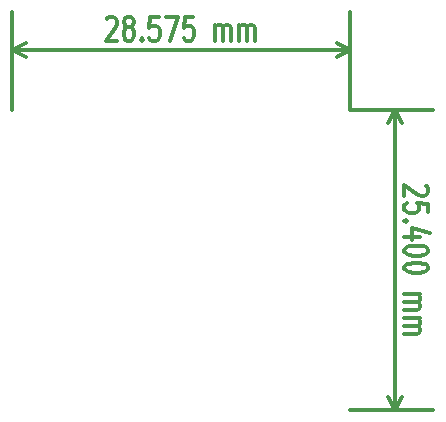
<source format=gbr>
G04 (created by PCBNEW-RS274X (2012-01-19 BZR 3256)-stable) date 1/5/2013 5:07:44 PM*
G01*
G70*
G90*
%MOIN*%
G04 Gerber Fmt 3.4, Leading zero omitted, Abs format*
%FSLAX34Y34*%
G04 APERTURE LIST*
%ADD10C,0.006000*%
%ADD11C,0.012000*%
G04 APERTURE END LIST*
G54D10*
G54D11*
X29640Y-19461D02*
X29669Y-19423D01*
X29726Y-19385D01*
X29869Y-19385D01*
X29926Y-19423D01*
X29955Y-19461D01*
X29983Y-19537D01*
X29983Y-19613D01*
X29955Y-19728D01*
X29612Y-20185D01*
X29983Y-20185D01*
X30326Y-19728D02*
X30268Y-19690D01*
X30240Y-19651D01*
X30211Y-19575D01*
X30211Y-19537D01*
X30240Y-19461D01*
X30268Y-19423D01*
X30326Y-19385D01*
X30440Y-19385D01*
X30497Y-19423D01*
X30526Y-19461D01*
X30554Y-19537D01*
X30554Y-19575D01*
X30526Y-19651D01*
X30497Y-19690D01*
X30440Y-19728D01*
X30326Y-19728D01*
X30268Y-19766D01*
X30240Y-19804D01*
X30211Y-19880D01*
X30211Y-20032D01*
X30240Y-20109D01*
X30268Y-20147D01*
X30326Y-20185D01*
X30440Y-20185D01*
X30497Y-20147D01*
X30526Y-20109D01*
X30554Y-20032D01*
X30554Y-19880D01*
X30526Y-19804D01*
X30497Y-19766D01*
X30440Y-19728D01*
X30811Y-20109D02*
X30839Y-20147D01*
X30811Y-20185D01*
X30782Y-20147D01*
X30811Y-20109D01*
X30811Y-20185D01*
X31383Y-19385D02*
X31097Y-19385D01*
X31068Y-19766D01*
X31097Y-19728D01*
X31154Y-19690D01*
X31297Y-19690D01*
X31354Y-19728D01*
X31383Y-19766D01*
X31411Y-19842D01*
X31411Y-20032D01*
X31383Y-20109D01*
X31354Y-20147D01*
X31297Y-20185D01*
X31154Y-20185D01*
X31097Y-20147D01*
X31068Y-20109D01*
X31611Y-19385D02*
X32011Y-19385D01*
X31754Y-20185D01*
X32525Y-19385D02*
X32239Y-19385D01*
X32210Y-19766D01*
X32239Y-19728D01*
X32296Y-19690D01*
X32439Y-19690D01*
X32496Y-19728D01*
X32525Y-19766D01*
X32553Y-19842D01*
X32553Y-20032D01*
X32525Y-20109D01*
X32496Y-20147D01*
X32439Y-20185D01*
X32296Y-20185D01*
X32239Y-20147D01*
X32210Y-20109D01*
X33267Y-20185D02*
X33267Y-19651D01*
X33267Y-19728D02*
X33295Y-19690D01*
X33353Y-19651D01*
X33438Y-19651D01*
X33495Y-19690D01*
X33524Y-19766D01*
X33524Y-20185D01*
X33524Y-19766D02*
X33553Y-19690D01*
X33610Y-19651D01*
X33695Y-19651D01*
X33753Y-19690D01*
X33781Y-19766D01*
X33781Y-20185D01*
X34067Y-20185D02*
X34067Y-19651D01*
X34067Y-19728D02*
X34095Y-19690D01*
X34153Y-19651D01*
X34238Y-19651D01*
X34295Y-19690D01*
X34324Y-19766D01*
X34324Y-20185D01*
X34324Y-19766D02*
X34353Y-19690D01*
X34410Y-19651D01*
X34495Y-19651D01*
X34553Y-19690D01*
X34581Y-19766D01*
X34581Y-20185D01*
X26500Y-20501D02*
X37750Y-20501D01*
X26500Y-22500D02*
X26500Y-19221D01*
X37750Y-22500D02*
X37750Y-19221D01*
X37750Y-20501D02*
X37307Y-20731D01*
X37750Y-20501D02*
X37307Y-20271D01*
X26500Y-20501D02*
X26943Y-20731D01*
X26500Y-20501D02*
X26943Y-20271D01*
X40289Y-25015D02*
X40327Y-25044D01*
X40365Y-25101D01*
X40365Y-25244D01*
X40327Y-25301D01*
X40289Y-25330D01*
X40213Y-25358D01*
X40137Y-25358D01*
X40022Y-25330D01*
X39565Y-24987D01*
X39565Y-25358D01*
X40365Y-25901D02*
X40365Y-25615D01*
X39984Y-25586D01*
X40022Y-25615D01*
X40060Y-25672D01*
X40060Y-25815D01*
X40022Y-25872D01*
X39984Y-25901D01*
X39908Y-25929D01*
X39718Y-25929D01*
X39641Y-25901D01*
X39603Y-25872D01*
X39565Y-25815D01*
X39565Y-25672D01*
X39603Y-25615D01*
X39641Y-25586D01*
X39641Y-26186D02*
X39603Y-26214D01*
X39565Y-26186D01*
X39603Y-26157D01*
X39641Y-26186D01*
X39565Y-26186D01*
X40099Y-26729D02*
X39565Y-26729D01*
X40403Y-26586D02*
X39832Y-26443D01*
X39832Y-26815D01*
X40365Y-27157D02*
X40365Y-27214D01*
X40327Y-27271D01*
X40289Y-27300D01*
X40213Y-27329D01*
X40060Y-27357D01*
X39870Y-27357D01*
X39718Y-27329D01*
X39641Y-27300D01*
X39603Y-27271D01*
X39565Y-27214D01*
X39565Y-27157D01*
X39603Y-27100D01*
X39641Y-27071D01*
X39718Y-27043D01*
X39870Y-27014D01*
X40060Y-27014D01*
X40213Y-27043D01*
X40289Y-27071D01*
X40327Y-27100D01*
X40365Y-27157D01*
X40365Y-27728D02*
X40365Y-27785D01*
X40327Y-27842D01*
X40289Y-27871D01*
X40213Y-27900D01*
X40060Y-27928D01*
X39870Y-27928D01*
X39718Y-27900D01*
X39641Y-27871D01*
X39603Y-27842D01*
X39565Y-27785D01*
X39565Y-27728D01*
X39603Y-27671D01*
X39641Y-27642D01*
X39718Y-27614D01*
X39870Y-27585D01*
X40060Y-27585D01*
X40213Y-27614D01*
X40289Y-27642D01*
X40327Y-27671D01*
X40365Y-27728D01*
X39565Y-28642D02*
X40099Y-28642D01*
X40022Y-28642D02*
X40060Y-28670D01*
X40099Y-28728D01*
X40099Y-28813D01*
X40060Y-28870D01*
X39984Y-28899D01*
X39565Y-28899D01*
X39984Y-28899D02*
X40060Y-28928D01*
X40099Y-28985D01*
X40099Y-29070D01*
X40060Y-29128D01*
X39984Y-29156D01*
X39565Y-29156D01*
X39565Y-29442D02*
X40099Y-29442D01*
X40022Y-29442D02*
X40060Y-29470D01*
X40099Y-29528D01*
X40099Y-29613D01*
X40060Y-29670D01*
X39984Y-29699D01*
X39565Y-29699D01*
X39984Y-29699D02*
X40060Y-29728D01*
X40099Y-29785D01*
X40099Y-29870D01*
X40060Y-29928D01*
X39984Y-29956D01*
X39565Y-29956D01*
X39249Y-22500D02*
X39249Y-32500D01*
X37750Y-22500D02*
X40529Y-22500D01*
X37750Y-32500D02*
X40529Y-32500D01*
X39249Y-32500D02*
X39019Y-32057D01*
X39249Y-32500D02*
X39479Y-32057D01*
X39249Y-22500D02*
X39019Y-22943D01*
X39249Y-22500D02*
X39479Y-22943D01*
M02*

</source>
